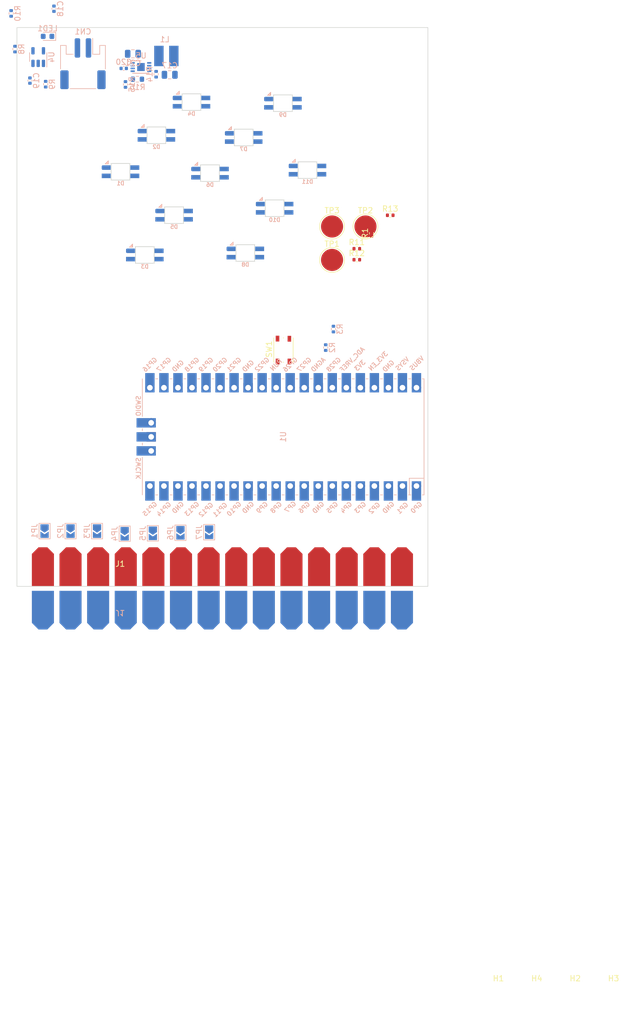
<source format=kicad_pcb>
(kicad_pcb (version 20211014) (generator pcbnew)
  (layers (0 "F.Cu" signal) (31 "B.Cu" signal) (34 "B.Paste" user) (35 "F.Paste" user) (36 "B.SilkS" user "B.Silkscreen") (37 "F.SilkS" user "F.Silkscreen") (38 "B.Mask" user) (39 "F.Mask" user) (44 "Edge.Cuts" user))
  (net 0 "")
  (net 1 "GND")
  (net 2 "V_BAT")
  (net 3 "+3V3")
  (net 4 "/logo_top_out")
  (net 5 "4.5V")
  (net 6 "NEOPIX")
  (net 7 "Net-(D1-Pad3)")
  (net 8 "Net-(D2-Pad3)")
  (net 9 "/logo_mid_out")
  (net 10 "Net-(L1-Pad2)")
  (net 11 "/~{RESET}")
  (net 12 "Net-(D3-Pad3)")
  (net 13 "Net-(R15-Pad2)")
  (net 14 "Net-(D5-Pad3)")
  (net 15 "Net-(D6-Pad3)")
  (net 16 "Net-(D7-Pad3)")
  (net 18 "Net-(D10-Pad1)")
  (net 19 "Net-(D10-Pad3)")
  (net 20 "BADGE_S6")
  (net 21 "BADGE_S5")
  (net 22 "BADGE_S4")
  (net 23 "BADGE_S3")
  (net 24 "BADGE_S2")
  (net 25 "BADGE_S1")
  (net 26 "BADGE_S0")
  (net 27 "SENSE_VBAT")
  (net 28 "Net-(R8-Pad1)")
  (net 29 "Net-(R10-Pad2)")
  (net 30 "Net-(R9-Pad2)")
  (net 31 "I2C1_SDA")
  (net 32 "I2C1_SCL")
  (net 33 "TOUCH0")
  (net 34 "TOUCH1")
  (net 35 "TOUCH2")
  (net 36 "SELF_S6")
  (net 37 "SELF_S5")
  (net 38 "SELF_S4")
  (net 39 "SELF_S3")
  (net 40 "SELF_S2")
  (net 41 "SELF_S1")
  (net 42 "SELF_S0")
  (net 43 "VBUS")
  (net 44 "Net-(LED1-Pad1)")
  (net 45 "4.5V_ON")
  (footprint "Connector_PCBEdge:BADGE_EDGE_x14" (layer "F.Cu") (at 156 121.625)
    (fp_text reference "J1" (at -18.5 -4.5 unlocked) (layer "F.SilkS"))
    (fp_text value "Conn_02x07_Counter_Clockwise")
    (pad "1" connect roundrect (at -32.5 -4) (size 4 7) (layers "F.Cu" "F.Mask") (roundrect_rratio 0) (chamfer_ratio 0.3) (chamfer top_left top_right) (net 42 "SELF_S0"))
    (pad "2" connect roundrect (at -27.5 -4) (size 4 7) (layers "F.Cu" "F.Mask") (roundrect_rratio 0) (chamfer_ratio 0.3) (chamfer top_left top_right) (net 41 "SELF_S1"))
    (pad "3" connect roundrect (at -22.5 -4) (size 4 7) (layers "F.Cu" "F.Mask") (roundrect_rratio 0) (chamfer_ratio 0.3) (chamfer top_left top_right) (net 40 "SELF_S2"))
    (pad "4" connect roundrect (at -17.5 -4) (size 4 7) (layers "F.Cu" "F.Mask") (roundrect_rratio 0) (chamfer_ratio 0.3) (chamfer top_left top_right) (net 39 "SELF_S3"))
    (pad "5" connect roundrect (at -12.5 -4) (size 4 7) (layers "F.Cu" "F.Mask") (roundrect_rratio 0) (chamfer_ratio 0.3) (chamfer top_left top_right) (net 38 "SELF_S4"))
    (pad "6" connect roundrect (at -7.5 -4) (size 4 7) (layers "F.Cu" "F.Mask") (roundrect_rratio 0) (chamfer_ratio 0.3) (chamfer top_left top_right) (net 37 "SELF_S5"))
    (pad "7" connect roundrect (at -2.5 -4) (size 4 7) (layers "F.Cu" "F.Mask") (roundrect_rratio 0) (chamfer_ratio 0.3) (chamfer top_left top_right) (net 36 "SELF_S6"))
    (pad "8" connect roundrect (at 2.5 -4) (size 4 7) (layers "F.Cu" "F.Mask") (roundrect_rratio 0) (chamfer_ratio 0.3) (chamfer top_left top_right) (net 20 "BADGE_S6"))
    (pad "9" connect roundrect (at 7.5 -4) (size 4 7) (layers "F.Cu" "F.Mask") (roundrect_rratio 0) (chamfer_ratio 0.3) (chamfer top_left top_right) (net 21 "BADGE_S5"))
    (pad "10" connect roundrect (at 12.5 -4) (size 4 7) (layers "F.Cu" "F.Mask") (roundrect_rratio 0) (chamfer_ratio 0.3) (chamfer top_left top_right) (net 22 "BADGE_S4"))
    (pad "11" connect roundrect (at 17.5 -4) (size 4 7) (layers "F.Cu" "F.Mask") (roundrect_rratio 0) (chamfer_ratio 0.3) (chamfer top_left top_right) (net 23 "BADGE_S3"))
    (pad "12" connect roundrect (at 22.5 -4) (size 4 7) (layers "F.Cu" "F.Mask") (roundrect_rratio 0) (chamfer_ratio 0.3) (chamfer top_left top_right) (net 24 "BADGE_S2"))
    (pad "13" connect roundrect (at 27.5 -4) (size 4 7) (layers "F.Cu" "F.Mask") (roundrect_rratio 0) (chamfer_ratio 0.3) (chamfer top_left top_right) (net 25 "BADGE_S1"))
    (pad "14" connect roundrect (at 32.5 -4) (size 4 7) (layers "F.Cu" "F.Mask") (roundrect_rratio 0) (chamfer_ratio 0.3) (chamfer top_left top_right) (net 26 "BADGE_S0"))
  )
  (footprint "Button_Switch_SMD:SW_Push_1P1T_NO_Vertical_Wuerth_434133025816" (layer "F.Cu") (at 167.05 78.45 90)
    (fp_text reference "SW1" (at 0.15 -2.6 90) (layer "F.SilkS"))
    (fp_text value "SW_Push")
    (pad "1" smd rect locked (at -2.075 -1.075 90) (size 1.05 0.65) (layers "F.Cu" "F.Paste" "F.Mask") (net 11 "/~{RESET}"))
    (pad "1" smd rect locked (at 2.075 -1.075 90) (size 1.05 0.65) (layers "F.Cu" "F.Paste" "F.Mask") (net 11 "/~{RESET}"))
    (pad "2" smd rect locked (at 2.05 1.075 90) (size 1.05 0.65) (layers "F.Cu" "F.Paste" "F.Mask") (net 1 "GND"))
    (pad "2" smd rect locked (at -2.075 1.075 90) (size 1.05 0.65) (layers "F.Cu" "F.Paste" "F.Mask") (net 1 "GND"))
  )
  (footprint "MountingHole:MountingHole_2.7mm_M2.5" (layer "F.Cu") (at 205.965 195.825)
    (fp_text reference "H1" (at 0 -3.7) (layer "F.SilkS"))
    (fp_text value "MountingHole")
    (pad "" np_thru_hole circle locked (at 0 0) (size 2.7 2.7) (drill 2.7) (layers *.Cu *.Mask))
  )
  (footprint "MountingHole:MountingHole_2.7mm_M2.5" (layer "F.Cu") (at 219.865 195.825)
    (fp_text reference "H2" (at 0 -3.7) (layer "F.SilkS"))
    (fp_text value "MountingHole")
    (pad "" np_thru_hole circle locked (at 0 0) (size 2.7 2.7) (drill 2.7) (layers *.Cu *.Mask))
  )
  (footprint "Resistor_SMD:R_0402_1005Metric" (layer "F.Cu") (at 183 57.33 90)
    (fp_text reference "R1" (at 0 -1.17 90) (layer "F.SilkS"))
    (fp_text value "10k")
    (pad "1" smd roundrect locked (at -0.51 0 90) (size 0.54 0.64) (layers "F.Cu" "F.Paste" "F.Mask") (net 3 "+3V3"))
    (pad "2" smd roundrect locked (at 0.51 0 90) (size 0.54 0.64) (layers "F.Cu" "F.Paste" "F.Mask") (net 11 "/~{RESET}"))
  )
  (footprint "Resistor_SMD:R_0402_1005Metric" (layer "F.Cu") (at 180.33 60.115)
    (fp_text reference "R11" (at 0 -1.17) (layer "F.SilkS"))
    (fp_text value "1M")
    (pad "1" smd roundrect locked (at -0.51 0) (size 0.54 0.64) (layers "F.Cu" "F.Paste" "F.Mask") (net 33 "TOUCH0"))
    (pad "2" smd roundrect locked (at 0.51 0) (size 0.54 0.64) (layers "F.Cu" "F.Paste" "F.Mask") (net 1 "GND"))
  )
  (footprint "MountingHole:MountingHole_2.7mm_M2.5" (layer "F.Cu") (at 212.915 195.825)
    (fp_text reference "H4" (at 0 -3.7) (layer "F.SilkS"))
    (fp_text value "MountingHole")
    (pad "" np_thru_hole circle locked (at 0 0) (size 2.7 2.7) (drill 2.7) (layers *.Cu *.Mask))
  )
  (footprint "TestPoint:TestPoint_Pad_D4.0mm" (layer "F.Cu") (at 181.9 56.095)
    (fp_text reference "TP2" (at 0 -2.898) (layer "F.SilkS"))
    (fp_text value "TestPoint")
    (pad "1" smd circle locked (at 0 0) (size 4 4) (layers "F.Cu" "F.Mask") (net 34 "TOUCH1"))
  )
  (footprint "MountingHole:MountingHole_2.7mm_M2.5" (layer "F.Cu") (at 226.815 195.825)
    (fp_text reference "H3" (at 0 -3.7) (layer "F.SilkS"))
    (fp_text value "MountingHole")
    (pad "" np_thru_hole circle locked (at 0 0) (size 2.7 2.7) (drill 2.7) (layers *.Cu *.Mask))
  )
  (footprint "Resistor_SMD:R_0402_1005Metric" (layer "F.Cu") (at 180.33 62.105)
    (fp_text reference "R12" (at 0 -1.17) (layer "F.SilkS"))
    (fp_text value "1M")
    (pad "1" smd roundrect locked (at -0.51 0) (size 0.54 0.64) (layers "F.Cu" "F.Paste" "F.Mask") (net 34 "TOUCH1"))
    (pad "2" smd roundrect locked (at 0.51 0) (size 0.54 0.64) (layers "F.Cu" "F.Paste" "F.Mask") (net 1 "GND"))
  )
  (footprint "Resistor_SMD:R_0402_1005Metric" (layer "F.Cu") (at 186.38 54.065)
    (fp_text reference "R13" (at 0 -1.17) (layer "F.SilkS"))
    (fp_text value "1M")
    (pad "1" smd roundrect locked (at -0.51 0) (size 0.54 0.64) (layers "F.Cu" "F.Paste" "F.Mask") (net 35 "TOUCH2"))
    (pad "2" smd roundrect locked (at 0.51 0) (size 0.54 0.64) (layers "F.Cu" "F.Paste" "F.Mask") (net 1 "GND"))
  )
  (footprint "TestPoint:TestPoint_Pad_D4.0mm" (layer "F.Cu") (at 175.85 56.095)
    (fp_text reference "TP3" (at 0 -2.898) (layer "F.SilkS"))
    (fp_text value "TestPoint")
    (pad "1" smd circle locked (at 0 0) (size 4 4) (layers "F.Cu" "F.Mask") (net 35 "TOUCH2"))
  )
  (footprint "TestPoint:TestPoint_Pad_D4.0mm" (layer "F.Cu") (at 175.85 62.145)
    (fp_text reference "TP1" (at 0 -2.898) (layer "F.SilkS"))
    (fp_text value "TestPoint")
    (pad "1" smd circle locked (at 0 0) (size 4 4) (layers "F.Cu" "F.Mask") (net 33 "TOUCH0"))
  )
  (footprint "Jumper:SolderJumper-2_P1.3mm_Open_TrianglePad1.0x1.5mm" (layer "B.Cu") (at 153.6 111.4 -90)
    (fp_text reference "JP7" (at 0 1.8 90) (layer "B.SilkS") (effects (justify mirror)))
    (fp_text value "SolderJumper_2_Open")
    (pad "1" smd custom locked (at -0.725 0 270) (size 0.3 0.3) (layers "B.Cu" "B.Mask") (net 1 "GND") (options (clearance outline) (anchor rect)) (primitives (gr_poly (pts (xy 1 0) (xy 0.5 0.75) (xy -0.5 0.75) (xy -0.5 -0.75) (xy 0.5 -0.75)) (width 0) (fill yes))))
    (pad "2" smd custom locked (at 0.725 0 270) (size 0.3 0.3) (layers "B.Cu" "B.Mask") (net 36 "SELF_S6") (options (clearance outline) (anchor rect)) (primitives (gr_poly (pts (xy 0.5 0.75) (xy -0.65 0.75) (xy -0.15 0) (xy -0.65 -0.75) (xy 0.5 -0.75)) (width 0) (fill yes))))
  )
  (footprint "Capacitor_SMD:C_0805_2012Metric" (layer "B.Cu") (at 139.8 24.85)
    (fp_text reference "C21" (at 0 1.68) (layer "B.SilkS") (effects (justify mirror)))
    (fp_text value "22u")
    (pad "1" smd roundrect locked (at -0.95 0) (size 1 1.45) (layers "B.Cu" "B.Paste" "B.Mask") (net 5 "4.5V"))
    (pad "2" smd roundrect locked (at 0.95 0) (size 1 1.45) (layers "B.Cu" "B.Paste" "B.Mask") (net 1 "GND"))
  )
  (footprint "Resistor_SMD:R_0402_1005Metric" (layer "B.Cu") (at 144 28.55 -90)
    (fp_text reference "R14" (at 0 1.17 90) (layer "B.SilkS") (effects (justify mirror)))
    (fp_text value "1M")
    (pad "1" smd roundrect locked (at -0.51 0 270) (size 0.54 0.64) (layers "B.Cu" "B.Paste" "B.Mask") (net 45 "4.5V_ON"))
    (pad "2" smd roundrect locked (at 0.51 0 270) (size 0.54 0.64) (layers "B.Cu" "B.Paste" "B.Mask") (net 1 "GND"))
  )
  (footprint "Resistor_SMD:R_0402_1005Metric" (layer "B.Cu") (at 118.45 24 90)
    (fp_text reference "R8" (at 0 1.17 90) (layer "B.SilkS") (effects (justify mirror)))
    (fp_text value "470")
    (pad "1" smd roundrect locked (at -0.51 0 90) (size 0.54 0.64) (layers "B.Cu" "B.Paste" "B.Mask") (net 28 "Net-(R8-Pad1)"))
    (pad "2" smd roundrect locked (at 0.51 0 90) (size 0.54 0.64) (layers "B.Cu" "B.Paste" "B.Mask") (net 44 "Net-(LED1-Pad1)"))
  )
  (footprint "Connector_JST:JST_PH_S2B-PH-SM4-TB_1x02-1MP_P2.00mm_Horizontal" (layer "B.Cu") (at 130.75 26.65 180)
    (fp_text reference "CN1" (at 0 5.8) (layer "B.SilkS") (effects (justify mirror)))
    (fp_text value "J?")
    (pad "1" smd roundrect locked (at -1 2.85 180) (size 1 3.5) (layers "B.Cu" "B.Paste" "B.Mask") (net 1 "GND"))
    (pad "2" smd roundrect locked (at 1 2.85 180) (size 1 3.5) (layers "B.Cu" "B.Paste" "B.Mask") (net 2 "V_BAT"))
    (pad "MP" smd roundrect locked (at -3.35 -2.9 180) (size 1.5 3.4) (layers "B.Cu" "B.Paste" "B.Mask") (roundrect_rratio 0.166667))
    (pad "MP" smd roundrect locked (at 3.35 -2.9 180) (size 1.5 3.4) (layers "B.Cu" "B.Paste" "B.Mask") (roundrect_rratio 0.166667))
  )
  (footprint "footprints:SK6812-MINI-E" (layer "B.Cu") (at 144.05 39.59 180)
    (fp_text reference "D2" (at 0 -2.1 unlocked) (layer "B.SilkS") (effects (font (size 0.7 0.7)) (justify mirror)))
    (fp_text value "SK6812MINI-E" hide)
    (fp_line (start -1.7 -1.5) (end -1.7 1.5) (layer "Edge.Cuts") (width 0.12))
    (fp_line (start -1.7 1.5) (end 1.7 1.5) (layer "Edge.Cuts") (width 0.12))
    (fp_line (start 1.7 -1.5) (end -1.7 -1.5) (layer "Edge.Cuts") (width 0.12))
    (fp_line (start 1.7 1.5) (end 1.7 -1.5) (layer "Edge.Cuts") (width 0.12))
    (pad "1" smd rect locked (at -2.55 -0.75 180) (size 1.7 0.82) (layers "B.Cu" "B.Paste" "B.Mask") (net 7 "Net-(D1-Pad3)"))
    (pad "2" smd rect locked (at -2.55 0.75 180) (size 1.7 0.82) (layers "B.Cu" "B.Paste" "B.Mask") (net 5 "4.5V"))
    (pad "3" smd roundrect locked (at 2.55 0.75 180) (size 1.7 0.82) (layers "B.Cu" "B.Paste" "B.Mask") (net 8 "Net-(D2-Pad3)"))
    (pad "4" smd rect locked (at 2.55 -0.75 180) (size 1.7 0.82) (layers "B.Cu" "B.Paste" "B.Mask") (net 1 "GND"))
  )
  (footprint "Jumper:SolderJumper-2_P1.3mm_Open_TrianglePad1.0x1.5mm" (layer "B.Cu") (at 128.5 111.2 -90)
    (fp_text reference "JP2" (at 0 1.8 90) (layer "B.SilkS") (effects (justify mirror)))
    (fp_text value "SolderJumper_2_Open")
    (pad "1" smd custom locked (at -0.725 0 270) (size 0.3 0.3) (layers "B.Cu" "B.Mask") (net 1 "GND") (options (clearance outline) (anchor rect)) (primitives (gr_poly (pts (xy 1 0) (xy 0.5 0.75) (xy -0.5 0.75) (xy -0.5 -0.75) (xy 0.5 -0.75)) (width 0) (fill yes))))
    (pad "2" smd custom locked (at 0.725 0 270) (size 0.3 0.3) (layers "B.Cu" "B.Mask") (net 41 "SELF_S1") (options (clearance outline) (anchor rect)) (primitives (gr_poly (pts (xy 0.5 0.75) (xy -0.65 0.75) (xy -0.15 0) (xy -0.65 -0.75) (xy 0.5 -0.75)) (width 0) (fill yes))))
  )
  (footprint "footprints:SK6812-MINI-E" (layer "B.Cu") (at 165.45 52.79 180)
    (fp_text reference "D10" (at 0 -2.1 unlocked) (layer "B.SilkS") (effects (font (size 0.7 0.7)) (justify mirror)))
    (fp_text value "SK6812MINI-E" hide)
    (fp_line (start 1.7 -1.5) (end -1.7 -1.5) (layer "Edge.Cuts") (width 0.12))
    (fp_line (start 1.7 1.5) (end 1.7 -1.5) (layer "Edge.Cuts") (width 0.12))
    (fp_line (start -1.7 1.5) (end 1.7 1.5) (layer "Edge.Cuts") (width 0.12))
    (fp_line (start -1.7 -1.5) (end -1.7 1.5) (layer "Edge.Cuts") (width 0.12))
    (pad "1" smd rect locked (at -2.55 -0.75 180) (size 1.7 0.82) (layers "B.Cu" "B.Paste" "B.Mask") (net 18 "Net-(D10-Pad1)"))
    (pad "2" smd rect locked (at -2.55 0.75 180) (size 1.7 0.82) (layers "B.Cu" "B.Paste" "B.Mask") (net 5 "4.5V"))
    (pad "3" smd roundrect locked (at 2.55 0.75 180) (size 1.7 0.82) (layers "B.Cu" "B.Paste" "B.Mask") (net 19 "Net-(D10-Pad3)"))
    (pad "4" smd rect locked (at 2.55 -0.75 180) (size 1.7 0.82) (layers "B.Cu" "B.Paste" "B.Mask") (net 1 "GND"))
  )
  (footprint "Resistor_SMD:R_0603_1608Metric" (layer "B.Cu") (at 140.6 29.45)
    (fp_text reference "R16" (at 0 1.43) (layer "B.SilkS") (effects (justify mirror)))
    (fp_text value "360k")
    (pad "1" smd roundrect locked (at -0.825 0) (size 0.8 0.95) (layers "B.Cu" "B.Paste" "B.Mask") (net 13 "Net-(R15-Pad2)"))
    (pad "2" smd roundrect locked (at 0.825 0) (size 0.8 0.95) (layers "B.Cu" "B.Paste" "B.Mask") (net 1 "GND"))
  )
  (footprint "Capacitor_SMD:C_0402_1005Metric" (layer "B.Cu") (at 121.15 29.7 90)
    (fp_text reference "C19" (at 0 1.16 90) (layer "B.SilkS") (effects (justify mirror)))
    (fp_text value "1u")
    (pad "1" smd roundrect locked (at -0.48 0 90) (size 0.56 0.62) (layers "B.Cu" "B.Paste" "B.Mask") (net 2 "V_BAT"))
    (pad "2" smd roundrect locked (at 0.48 0 90) (size 0.56 0.62) (layers "B.Cu" "B.Paste" "B.Mask") (net 1 "GND"))
  )
  (footprint "footprints:SK6812-MINI-E" (layer "B.Cu") (at 171.4 45.895 180)
    (fp_text reference "D11" (at 0 -2.1 unlocked) (layer "B.SilkS") (effects (font (size 0.7 0.7)) (justify mirror)))
    (fp_text value "SK6812MINI-E" hide)
    (fp_line (start 1.7 -1.5) (end -1.7 -1.5) (layer "Edge.Cuts") (width 0.12))
    (fp_line (start 1.7 1.5) (end 1.7 -1.5) (layer "Edge.Cuts") (width 0.12))
    (fp_line (start -1.7 -1.5) (end -1.7 1.5) (layer "Edge.Cuts") (width 0.12))
    (fp_line (start -1.7 1.5) (end 1.7 1.5) (layer "Edge.Cuts") (width 0.12))
    (pad "1" smd rect locked (at -2.55 -0.75 180) (size 1.7 0.82) (layers "B.Cu" "B.Paste" "B.Mask") (net 19 "Net-(D10-Pad3)"))
    (pad "2" smd rect locked (at -2.55 0.75 180) (size 1.7 0.82) (layers "B.Cu" "B.Paste" "B.Mask") (net 5 "4.5V"))
    (pad "3" smd roundrect locked (at 2.55 0.75 180) (size 1.7 0.82) (layers "B.Cu" "B.Paste" "B.Mask") (net 9 "/logo_mid_out"))
    (pad "4" smd rect locked (at 2.55 -0.75 180) (size 1.7 0.82) (layers "B.Cu" "B.Paste" "B.Mask") (net 1 "GND"))
  )
  (footprint "Resistor_SMD:R_0402_1005Metric" (layer "B.Cu") (at 117.75 17.55 90)
    (fp_text reference "R10" (at 0 1.17 90) (layer "B.SilkS") (effects (justify mirror)))
    (fp_text value "1k")
    (pad "1" smd roundrect locked (at -0.51 0 90) (size 0.54 0.64) (layers "B.Cu" "B.Paste" "B.Mask") (net 1 "GND"))
    (pad "2" smd roundrect locked (at 0.51 0 90) (size 0.54 0.64) (layers "B.Cu" "B.Paste" "B.Mask") (net 29 "Net-(R10-Pad2)"))
  )
  (footprint "footprints:SK6812-MINI-E" (layer "B.Cu") (at 150.4 33.595 180)
    (fp_text reference "D4" (at 0 -2.1 unlocked) (layer "B.SilkS") (effects (font (size 0.7 0.7)) (justify mirror)))
    (fp_text value "SK6812MINI-E" hide)
    (fp_line (start -1.7 -1.5) (end -1.7 1.5) (layer "Edge.Cuts") (width 0.12))
    (fp_line (start -1.7 1.5) (end 1.7 1.5) (layer "Edge.Cuts") (width 0.12))
    (fp_line (start 1.7 1.5) (end 1.7 -1.5) (layer "Edge.Cuts") (width 0.12))
    (fp_line (start 1.7 -1.5) (end -1.7 -1.5) (layer "Edge.Cuts") (width 0.12))
    (pad "1" smd rect locked (at -2.55 -0.75 180) (size 1.7 0.82) (layers "B.Cu" "B.Paste" "B.Mask") (net 8 "Net-(D2-Pad3)"))
    (pad "2" smd rect locked (at -2.55 0.75 180) (size 1.7 0.82) (layers "B.Cu" "B.Paste" "B.Mask") (net 5 "4.5V"))
    (pad "3" smd roundrect locked (at 2.55 0.75 180) (size 1.7 0.82) (layers "B.Cu" "B.Paste" "B.Mask") (net 6 "NEOPIX"))
    (pad "4" smd rect locked (at 2.55 -0.75 180) (size 1.7 0.82) (layers "B.Cu" "B.Paste" "B.Mask") (net 1 "GND"))
  )
  (footprint "Jumper:SolderJumper-2_P1.3mm_Open_TrianglePad1.0x1.5mm" (layer "B.Cu") (at 143.4 111.6 -90)
    (fp_text reference "JP5" (at 0 1.8 90) (layer "B.SilkS") (effects (justify mirror)))
    (fp_text value "SolderJumper_2_Open")
    (pad "1" smd custom locked (at -0.725 0 270) (size 0.3 0.3) (layers "B.Cu" "B.Mask") (net 1 "GND") (options (clearance outline) (anchor rect)) (primitives (gr_poly (pts (xy 1 0) (xy 0.5 0.75) (xy -0.5 0.75) (xy -0.5 -0.75) (xy 0.5 -0.75)) (width 0) (fill yes))))
    (pad "2" smd custom locked (at 0.725 0 270) (size 0.3 0.3) (layers "B.Cu" "B.Mask") (net 38 "SELF_S4") (options (clearance outline) (anchor rect)) (primitives (gr_poly (pts (xy 0.5 0.75) (xy -0.65 0.75) (xy -0.15 0) (xy -0.65 -0.75) (xy 0.5 -0.75)) (width 0) (fill yes))))
  )
  (footprint "Capacitor_SMD:C_0805_2012Metric" (layer "B.Cu") (at 146.45 28.65 180)
    (fp_text reference "C17" (at 0 1.68) (layer "B.SilkS") (effects (justify mirror)))
    (fp_text value "22u")
    (pad "1" smd roundrect locked (at -0.95 0 180) (size 1 1.45) (layers "B.Cu" "B.Paste" "B.Mask") (net 2 "V_BAT"))
    (pad "2" smd roundrect locked (at 0.95 0 180) (size 1 1.45) (layers "B.Cu" "B.Paste" "B.Mask") (net 1 "GND"))
  )
  (footprint "Inductor_SMD:CKCS4018" (layer "B.Cu") (at 145.85 25.25 180)
    (fp_text reference "L1" (at 0.3 3 unlocked) (layer "B.SilkS") (effects (justify mirror)))
    (fp_text value "L")
    (pad "1" smd rect (at -1.35 0 180) (size 1.7 3.7) (layers "B.Cu" "B.Paste" "B.Mask") (net 2 "V_BAT"))
    (pad "2" smd rect (at 1.35 0 180) (size 1.7 3.7) (layers "B.Cu" "B.Paste" "B.Mask") (net 10 "Net-(L1-Pad2)"))
  )
  (footprint "Package_TO_SOT_SMD:SOT-23-5" (layer "B.Cu") (at 122.65 25.45 90)
    (fp_text reference "U4" (at 0 2.4 90) (layer "B.SilkS") (effects (justify mirror)))
    (fp_text value "TP4054-42-SOT25R")
    (pad "1" smd roundrect locked (at -1.1375 0.95 90) (size 1.325 0.6) (layers "B.Cu" "B.Paste" "B.Mask") (net 28 "Net-(R8-Pad1)"))
    (pad "2" smd roundrect locked (at -1.1375 0 90) (size 1.325 0.6) (layers "B.Cu" "B.Paste" "B.Mask") (net 1 "GND"))
    (pad "3" smd roundrect locked (at -1.1375 -0.95 90) (size 1.325 0.6) (layers "B.Cu" "B.Paste" "B.Mask") (net 2 "V_BAT"))
    (pad "4" smd roundrect locked (at 1.1375 -0.95 90) (size 1.325 0.6) (layers "B.Cu" "B.Paste" "B.Mask") (net 43 "VBUS"))
    (pad "5" smd roundrect locked (at 1.1375 0.95 90) (size 1.325 0.6) (layers "B.Cu" "B.Paste" "B.Mask") (net 30 "Net-(R9-Pad2)"))
  )
  (footprint "Package_DFN_QFN:DFN-8-1EP_3x2mm_P0.5mm_EP1.36x1.46mm" (layer "B.Cu") (at 141.25 27.25 180)
    (fp_text reference "U5" (at 0 2.05) (layer "B.SilkS") (effects (justify mirror)))
    (fp_text value "SY7088")
    (pad "1" smd rect locked (at -1.5 0.75 180) (size 0.75 0.3) (layers "B.Cu" "B.Paste" "B.Mask") (net 10 "Net-(L1-Pad2)"))
    (pad "2" smd rect locked (at -1.5 0.25 180) (size 0.75 0.3) (layers "B.Cu" "B.Paste" "B.Mask") (net 10 "Net-(L1-Pad2)"))
    (pad "3" smd rect locked (at -1.5 -0.25 180) (size 0.75 0.3) (layers "B.Cu" "B.Paste" "B.Mask") (net 45 "4.5V_ON"))
    (pad "4" smd rect locked (at -1.5 -0.75 180) (size 0.75 0.3) (layers "B.Cu" "B.Paste" "B.Mask") (net 1 "GND"))
    (pad "5" smd rect locked (at 1.5 -0.75 180) (size 0.75 0.3) (layers "B.Cu" "B.Paste" "B.Mask") (net 13 "Net-(R15-Pad2)"))
    (pad "6" smd rect locked (at 1.5 -0.25 180) (size 0.75 0.3) (layers "B.Cu" "B.Paste" "B.Mask") (net 2 "V_BAT"))
    (pad "7" smd rect locked (at 1.5 0.25 180) (size 0.75 0.3) (layers "B.Cu" "B.Paste" "B.Mask") (net 5 "4.5V"))
    (pad "8" smd rect locked (at 1.5 0.75 180) (size 0.75 0.3) (layers "B.Cu" "B.Paste" "B.Mask") (net 5 "4.5V"))
    (pad "9" smd rect locked (at 0 0 180) (size 1.36 1.46) (layers "B.Cu" "B.Mask") (net 1 "GND"))
  )
  (footprint "LED_SMD:LED_0603_1608Metric" (layer "B.Cu") (at 124.3375 21.7 180)
    (fp_text reference "LED1" (at 0 1.43) (layer "B.SilkS") (effects (justify mirror)))
    (fp_text value "RED")
    (pad "1" smd roundrect locked (at -0.7875 0 180) (size 0.875 0.95) (layers "B.Cu" "B.Paste" "B.Mask") (net 44 "Net-(LED1-Pad1)"))
    (pad "2" smd roundrect locked (at 0.7875 0 180) (size 0.875 0.95) (layers "B.Cu" "B.Paste" "B.Mask") (net 43 "VBUS"))
  )
  (footprint "footprints:SK6812-MINI-E" (layer "B.Cu") (at 153.75 46.445 180)
    (fp_text reference "D6" (at 0 -2.1 unlocked) (layer "B.SilkS") (effects (font (size 0.7 0.7)) (justify mirror)))
    (fp_text value "SK6812MINI-E" hide)
    (fp_line (start 1.7 -1.5) (end -1.7 -1.5) (layer "Edge.Cuts") (width 0.12))
    (fp_line (start -1.7 -1.5) (end -1.7 1.5) (layer "Edge.Cuts") (width 0.12))
    (fp_line (start 1.7 1.5) (end 1.7 -1.5) (layer "Edge.Cuts") (width 0.12))
    (fp_line (start -1.7 1.5) (end 1.7 1.5) (layer "Edge.Cuts") (width 0.12))
    (pad "1" smd rect locked (at -2.55 -0.75 180) (size 1.7 0.82) (layers "B.Cu" "B.Paste" "B.Mask") (net 14 "Net-(D5-Pad3)"))
    (pad "2" smd rect locked (at -2.55 0.75 180) (size 1.7 0.82) (layers "B.Cu" "B.Paste" "B.Mask") (net 5 "4.5V"))
    (pad "3" smd roundrect locked (at 2.55 0.75 180) (size 1.7 0.82) (layers "B.Cu" "B.Paste" "B.Mask") (net 15 "Net-(D6-Pad3)"))
    (pad "4" smd rect locked (at 2.55 -0.75 180) (size 1.7 0.82) (layers "B.Cu" "B.Paste" "B.Mask") (net 1 "GND"))
  )
  (footprint "footprints:SK6812-MINI-E" (layer "B.Cu") (at 137.55 46.19 180)
    (fp_text reference "D1" (at 0 -2.1 unlocked) (layer "B.SilkS") (effects (font (size 0.7 0.7)) (justify mirror)))
    (fp_text value "SK6812MINI-E" hide)
    (fp_line (start 1.7 -1.5) (end -1.7 -1.5) (layer "Edge.Cuts") (width 0.12))
    (fp_line (start -1.7 1.5) (end 1.7 1.5) (layer "Edge.Cuts") (width 0.12))
    (fp_line (start -1.7 -1.5) (end -1.7 1.5) (layer "Edge.Cuts") (width 0.12))
    (fp_line (start 1.7 1.5) (end 1.7 -1.5) (layer "Edge.Cuts") (width 0.12))
    (pad "1" smd rect locked (at -2.55 -0.75 180) (size 1.7 0.82) (layers "B.Cu" "B.Paste" "B.Mask") (net 4 "/logo_top_out"))
    (pad "2" smd rect locked (at -2.55 0.75 180) (size 1.7 0.82) (layers "B.Cu" "B.Paste" "B.Mask") (net 5 "4.5V"))
    (pad "3" smd roundrect locked (at 2.55 0.75 180) (size 1.7 0.82) (layers "B.Cu" "B.Paste" "B.Mask") (net 7 "Net-(D1-Pad3)"))
    (pad "4" smd rect locked (at 2.55 -0.75 180) (size 1.7 0.82) (layers "B.Cu" "B.Paste" "B.Mask") (net 1 "GND"))
  )
  (footprint "footprints:RPi_Pico_SMD_TH" (layer "B.Cu") (at 167 94.15 90)
    (fp_text reference "U1" (at 0 0 90) (layer "B.SilkS") (effects (justify mirror)))
    (fp_text value "RP2040")
    (fp_text user "VSYS" (at 13.2 21.59 45) (layer "B.SilkS") (effects (font (size 0.8 0.8)) (justify mirror)))
    (fp_text user "GP12" (at -13.2 -13.97 45) (layer "B.SilkS") (effects (font (size 0.8 0.8)) (justify mirror)))
    (fp_text user "GP9" (at -12.8 -3.81 45) (layer "B.SilkS") (effects (font (size 0.8 0.8)) (justify mirror)))
    (fp_text user "GP6" (at -12.8 3.81 45) (layer "B.SilkS") (effects (font (size 0.8 0.8)) (justify mirror)))
    (fp_text user "SWCLK" (at -5.7 -26.2 90) (layer "B.SilkS") (effects (font (size 0.8 0.8)) (justify mirror)))
    (fp_text user "GP19" (at 13.054 -13.97 45) (layer "B.SilkS") (effects (font (size 0.8 0.8)) (justify mirror)))
    (fp_text user "GP27" (at 13.054 3.8 45) (layer "B.SilkS") (effects (font (size 0.8 0.8)) (justify mirror)))
    (fp_text user "GP3" (at -12.8 13.97 45) (layer "B.SilkS") (effects (font (size 0.8 0.8)) (justify mirror)))
    (fp_text user "GND" (at 12.8 -19.05 45) (layer "B.SilkS") (effects (font (size 0.8 0.8)) (justify mirror)))
    (fp_text user "GP5" (at -12.8 8.89 45) (layer "B.SilkS") (effects (font (size 0.8 0.8)) (justify mirror)))
    (fp_text user "3V3_EN" (at 13.7 17.2 45) (layer "B.SilkS") (effects (font (size 0.8 0.8)) (justify mirror)))
    (fp_text user "GP14" (at -13.1 -21.59 45) (layer "B.SilkS") (effects (font (size 0.8 0.8)) (justify mirror)))
    (fp_text user "GP0" (at -12.8 24.13 45) (layer "B.SilkS") (effects (font (size 0.8 0.8)) (justify mirror)))
    (fp_text user "GP22" (at 13.054 -3.81 45) (layer "B.SilkS") (effects (font (size 0.8 0.8)) (justify mirror)))
    (fp_text user "GP17" (at 13.054 -21.59 45) (layer "B.SilkS") (effects (font (size 0.8 0.8)) (justify mirror)))
    (fp_text user "3V3" (at 12.9 13.9 45) (layer "B.SilkS") (effects (font (size 0.8 0.8)) (justify mirror)))
    (fp_text user "GP21" (at 13.054 -8.9 45) (layer "B.SilkS") (effects (font (size 0.8 0.8)) (justify mirror)))
    (fp_text user "GND" (at -12.8 -6.35 45) (layer "B.SilkS") (effects (font (size 0.8 0.8)) (justify mirror)))
    (fp_text user "GP15" (at -13.054 -24.13 45) (layer "B.SilkS") (effects (font (size 0.8 0.8)) (justify mirror)))
    (fp_text user "GP16" (at 13.054 -24.13 45) (layer "B.SilkS") (effects (font (size 0.8 0.8)) (justify mirror)))
    (fp_text user "ADC_VREF" (at 14 12.5 45) (layer "B.SilkS") (effects (font (size 0.8 0.8)) (justify mirror)))
    (fp_text user "GP20" (at 13.054 -11.43 45) (layer "B.SilkS") (effects (font (size 0.8 0.8)) (justify mirror)))
    (fp_text user "GND" (at 12.8 19.05 45) (layer "B.SilkS") (effects (font (size 0.8 0.8)) (justify mirror)))
    (fp_text user "VBUS" (at 13.3 24.2 45) (layer "B.SilkS") (effects (font (size 0.8 0.8)) (justify mirror)))
    (fp_text user "GP28" (at 13.054 9.144 45) (layer "B.SilkS") (effects (font (size 0.8 0.8)) (justify mirror)))
    (fp_text user "GND" (at -12.8 19.05 45) (layer "B.SilkS") (effects (font (size 0.8 0.8)) (justify mirror)))
    (fp_text user "GND" (at -12.8 6.35 45) (layer "B.SilkS") (effects (font (size 0.8 0.8)) (justify mirror)))
    (fp_text user "GND" (at 12.8 -6.35 45) (layer "B.SilkS") (effects (font (size 0.8 0.8)) (justify mirror)))
    (fp_text user "SWDIO" (at 5.6 -26.2 90) (layer "B.SilkS") (effects (font (size 0.8 0.8)) (justify mirror)))
    (fp_text user "GP8" (at -12.8 -1.27 45) (layer "B.SilkS") (effects (font (size 0.8 0.8)) (justify mirror)))
    (fp_text user "GND" (at -12.8 -19.05 45) (layer "B.SilkS") (effects (font (size 0.8 0.8)) (justify mirror)))
    (fp_text user "GP18" (at 13.054 -16.51 45) (layer "B.SilkS") (effects (font (size 0.8 0.8)) (justify mirror)))
    (fp_text user "AGND" (at 13.054 6.35 45) (layer "B.SilkS") (effects (font (size 0.8 0.8)) (justify mirror)))
    (fp_text user "GP1" (at -12.9 21.6 45) (layer "B.SilkS") (effects (font (size 0.8 0.8)) (justify mirror)))
    (fp_text user "GP26" (at 13.054 1.27 45) (layer "B.SilkS") (effects (font (size 0.8 0.8)) (justify mirror)))
    (fp_text user "RUN" (at 13 -1.27 45) (layer "B.SilkS") (effects (font (size 0.8 0.8)) (justify mirror)))
    (fp_text user "GP10" (at -13.054 -8.89 45) (layer "B.SilkS") (effects (font (size 0.8 0.8)) (justify mirror)))
    (fp_text user "GP7" (at -12.7 1.3 45) (layer "B.SilkS") (effects (font (size 0.8 0.8)) (justify mirror)))
    (fp_text user "GP2" (at -12.9 16.51 45) (layer "B.SilkS") (effects (font (size 0.8 0.8)) (justify mirror)))
    (fp_text user "GP4" (at -12.8 11.43 45) (layer "B.SilkS") (effects (font (size 0.8 0.8)) (justify mirror)))
    (fp_text user "GP11" (at -13.2 -11.43 45) (layer "B.SilkS") (effects (font (size 0.8 0.8)) (justify mirror)))
    (fp_text user "GP13" (at -13.054 -16.51 45) (layer "B.SilkS") (effects (font (size 0.8 0.8)) (justify mirror)))
    (pad "" np_thru_hole oval (at 2.725 24 90) (size 1.8 1.8) (drill 1.8) (layers *.Cu *.Mask))
    (pad "" np_thru_hole oval (at -2.725 24 90) (size 1.8 1.8) (drill 1.8) (layers *.Cu *.Mask))
    (pad "" np_thru_hole oval (at 2.425 20.97 90) (size 1.5 1.5) (drill 1.5) (layers *.Cu *.Mask))
    (pad "" np_thru_hole oval (at -2.425 20.97 90) (size 1.5 1.5) (drill 1.5) (layers *.Cu *.Mask))
    (pad "1" thru_hole oval (at -8.89 24.13 90) (size 1.7 1.7) (drill 1.02) (layers *.Cu *.Mask) (net 26 "BADGE_S0"))
    (pad "1" smd rect (at -8.89 24.13 90) (size 3.5 1.7) (drill (offset -0.9 0)) (layers "B.Cu" "B.Mask") (net 26 "BADGE_S0"))
    (pad "2" thru_hole oval (at -8.89 21.59 90) (size 1.7 1.7) (drill 1.02) (layers *.Cu *.Mask) (net 25 "BADGE_S1"))
    (pad "2" smd rect (at -8.89 21.59 90) (size 3.5 1.7) (drill (offset -0.9 0)) (layers "B.Cu" "B.Mask") (net 25 "BADGE_S1"))
    (pad "3" smd rect (at -8.89 19.05 90) (size 3.5 1.7) (drill (offset -0.9 0)) (layers "B.Cu" "B.Mask") (net 1 "GND"))
    (pad "3" thru_hole rect (at -8.89 19.05 90) (size 1.7 1.7) (drill 1.02) (layers *.Cu *.Mask) (net 1 "GND"))
    (pad "4" smd rect (at -8.89 16.51 90) (size 3.5 1.7) (drill (offset -0.9 0)) (layers "B.Cu" "B.Mask") (net 24 "BADGE_S2"))
    (pad "4" thru_hole oval (at -8.89 16.51 90) (size 1.7 1.7) (drill 1.02) (layers *.Cu *.Mask) (net 24 "BADGE_S2"))
    (pad "5" smd rect (at -8.89 13.97 90) (size 3.5 1.7) (drill (offset -0.9 0)) (layers "B.Cu" "B.Mask") (net 23 "BADGE_S3"))
    (pad "5" thru_hole oval (at -8.89 13.97 90) (size 1.7 1.7) (drill 1.02) (layers *.Cu *.Mask) (net 23 "BADGE_S3"))
    (pad "6" smd rect (at -8.89 11.43 90) (size 3.5 1.7) (drill (offset -0.9 0)) (layers "B.Cu" "B.Mask") (net 22 "BADGE_S4"))
    (pad "6" thru_hole oval (at -8.89 11.43 90) (size 1.7 1.7) (drill 1.02) (layers *.Cu *.Mask) (net 22 "BADGE_S4"))
    (pad "7" smd rect (at -8.89 8.89 90) (size 3.5 1.7) (drill (offset -0.9 0)) (layers "B.Cu" "B.Mask") (net 21 "BADGE_S5"))
    (pad "7" thru_hole oval (at -8.89 8.89 90) (size 1.7 1.7) (drill 1.02) (layers *.Cu *.Mask) (net 21 "BADGE_S5"))
    (pad "8" thru_hole rect (at -8.89 6.35 90) (size 1.7 1.7) (drill 1.02) (layers *.Cu *.Mask) (net 1 "GND"))
    (pad "8" smd rect (at -8.89 6.35 90) (size 3.5 1.7) (drill (offset -0.9 0)) (layers "B.Cu" "B.Mask") (net 1 "GND"))
    (pad "9" thru_hole oval (at -8.89 3.81 90) (size 1.7 1.7) (drill 1.02) (layers *.Cu *.Mask) (net 20 "BADGE_S6"))
    (pad "9" smd rect (at -8.89 3.81 90) (size 3.5 1.7) (drill (offset -0.9 0)) (layers "B.Cu" "B.Mask") (net 20 "BADGE_S6"))
    (pad "10" thru_hole oval (at -8.89 1.27 90) (size 1.7 1.7) (drill 1.02) (layers *.Cu *.Mask) (net 36 "SELF_S6"))
    (pad "10" smd rect (at -8.89 1.27 90) (size 3.5 1.7) (drill (offset -0.9 0)) (layers "B.Cu" "B.Mask") (net 36 "SELF_S6"))
    (pad "11" smd rect (at -8.89 -1.27 90) (size 3.5 1.7) (drill (offset -0.9 0)) (layers "B.Cu" "B.Mask") (net 37 "SELF_S5"))
    (pad "11" thru_hole oval (at -8.89 -1.27 90) (size 1.7 1.7) (drill 1.02) (layers *.Cu *.Mask) (net 37 "SELF_S5"))
    (pad "12" smd rect (at -8.89 -3.81 90) (size 3.5 1.7) (drill (offset -0.9 0)) (layers "B.Cu" "B.Mask") (net 38 "SELF_S4"))
    (pad "12" thru_hole oval (at -8.89 -3.81 90) (size 1.7 1.7) (drill 1.02) (layers *.Cu *.Mask) (net 38 "SELF_S4"))
    (pad "13" smd rect (at -8.89 -6.35 90) (size 3.5 1.7) (drill (offset -0.9 0)) (layers "B.Cu" "B.Mask") (net 1 "GND"))
    (pad "13" thru_hole rect (at -8.89 -6.35 90) (size 1.7 1.7) (drill 1.02) (layers *.Cu *.Mask) (net 1 "GND"))
    (pad "14" thru_hole oval (at -8.89 -8.89 90) (size 1.7 1.7) (drill 1.02) (layers *.Cu *.Mask) (net 39 "SELF_S3"))
    (pad "14" smd rect (at -8.89 -8.89 90) (size 3.5 1.7) (drill (offset -0.9 0)) (layers "B.Cu" "B.Mask") (net 39 "SELF_S3"))
    (pad "15" thru_hole oval (at -8.89 -11.43 90) (size 1.7 1.7) (drill 1.02) (layers *.Cu *.Mask) (net 40 "SELF_S2"))
    (pad "15" smd rect (at -8.89 -11.43 90) (size 3.5 1.7) (drill (offset -0.9 0)) (layers "B.Cu" "B.Mask") (net 40 "SELF_S2"))
    (pad "16" smd rect (at -8.89 -13.97 90) (size 3.5 1.7) (drill (offset -0.9 0)) (layers "B.Cu" "B.Mask") (net 41 "SELF_S1"))
    (pad "16" thru_hole oval (at -8.89 -13.97 90) (size 1.7 1.7) (drill 1.02) (layers *.Cu *.Mask) (net 41 "SELF_S1"))
    (pad "17" thru_hole oval (at -8.89 -16.51 90) (size 1.7 1.7) (drill 1.02) (layers *.Cu *.Mask) (net 42 "SELF_S0"))
    (pad "17" smd rect (at -8.89 -16.51 90) (size 3.5 1.7) (drill (offset -0.9 0)) (layers "B.Cu" "B.Mask") (net 42 "SELF_S0"))
    (pad "18" smd rect (at -8.89 -19.05 90) (size 3.5 1.7) (drill (offset -0.9 0)) (layers "B.Cu" "B.Mask") (net 1 "GND"))
    (pad "18" thru_hole rect (at -8.89 -19.05 90) (size 1.7 1.7) (drill 1.02) (layers *.Cu *.Mask) (net 1 "GND"))
    (pad "19" smd rect (at -8.89 -21.59 90) (size 3.5 1.7) (drill (offset -0.9 0)) (layers "B.Cu" "B.Mask"))
    (pad "19" thru_hole oval (at -8.89 -21.59 90) (size 1.7 1.7) (drill 1.02) (layers *.Cu *.Mask))
    (pad "20" smd rect (at -8.89 -24.13 90) (size 3.5 1.7) (drill (offset -0.9 0)) (layers "B.Cu" "B.Mask"))
    (pad "20" thru_hole oval (at -8.89 -24.13 90) (size 1.7 1.7) (drill 1.02) (layers *.Cu *.Mask))
    (pad "21" thru_hole oval (at 8.89 -24.13 90) (size 1.7 1.7) (drill 1.02) (layers *.Cu *.Mask) (net 31 "I2C1_SDA"))
    (pad "21" smd rect (at 8.89 -24.13 90) (size 3.5 1.7) (drill (offset 0.9 0)) (layers "B.Cu" "B.Mask") (net 31 "I2C1_SDA"))
    (pad "22" thru_hole oval (at 8.89 -21.59 90) (size 1.7 1.7) (drill 1.02) (layers *.Cu *.Mask) (net 32 "I2C1_SCL"))
    (pad "22" smd rect (at 8.89 -21.59 90) (size 3.5 1.7) (drill (offset 0.9 0)) (layers "B.Cu" "B.Mask") (net 32 "I2C1_SCL"))
    (pad "23" thru_hole rect (at 8.89 -19.05 90) (size 1.7 1.7) (drill 1.02) (layers *.Cu *.Mask) (net 1 "GND"))
    (pad "23" smd rect (at 8.89 -19.05 90) (size 3.5 1.7) (drill (offset 0.9 0)) (layers "B.Cu" "B.Mask") (net 1 "GND"))
    (pad "24" smd rect (at 8.89 -16.51 90) (size 3.5 1.7) (drill (offset 0.9 0)) (layers "B.Cu" "B.Mask") (net 6 "NEOPIX"))
    (pad "24" thru_hole oval (at 8.89 -16.51 90) (size 1.7 1.7) (drill 1.02) (layers *.Cu *.Mask) (net 6 "NEOPIX"))
    (pad "25" smd rect (at 8.89 -13.97 90) (size 3.5 1.7) (drill (offset 0.9 0)) (layers "B.Cu" "B.Mask") (net 45 "4.5V_ON"))
    (pad "25" thru_hole oval (at 8.89 -13.97 90) (size 1.7 1.7) (drill 1.02) (layers *.Cu *.Mask) (net 45 "4.5V_ON"))
    (pad "26" thru_hole oval (at 8.89 -11.43 90) (size 1.7 1.7) (drill 1.02) (layers *.Cu *.Mask) (net 33 "TOUCH0"))
    (pad "26" smd rect (at 8.89 -11.43 90) (size 3.5 1.7) (drill (offset 0.9 0)) (layers "B.Cu" "B.Mask") (net 33 "TOUCH0"))
    (pad "27" thru_hole oval (at 8.89 -8.89 90) (size 1.7 1.7) (drill 1.02) (layers *.Cu *.Mask) (net 34 "TOUCH1"))
    (pad "27" smd rect (at 8.89 -8.89 90) (size 3.5 1.7) (drill (offset 0.9 0)) (layers "B.Cu" "B.Mask") (net 34 "TOUCH1"))
    (pad "28" thru_hole rect (at 8.89 -6.35 90) (size 1.7 1.7) (drill 1.02) (layers *.Cu *.Mask) (net 1 "GND"))
    (pad "28" smd rect (at 8.89 -6.35 90) (size 3.5 1.7) (drill (offset 0.9 0)) (layers "B.Cu" "B.Mask") (net 1 "GND"))
    (pad "29" thru_hole oval (at 8.89 -3.81 90) (size 1.7 1.7) (drill 1.02) (layers *.Cu *.Mask) (net 35 "TOUCH2"))
    (pad "29" smd rect (at 8.89 -3.81 90) (size 3.5 1.7) (drill (offset 0.9 0)) (layers "B.Cu" "B.Mask") (net 35 "TOUCH2"))
    (pad "30" thru_hole oval (at 8.89 -1.27 90) (size 1.7 1.7) (drill 1.02) (layers *.Cu *.Mask) (net 11 "/~{RESET}"))
    (pad "30" smd rect (at 8.89 -1.27 90) (size 3.5 1.7) (drill (offset 0.9 0)) (layers "B.Cu" "B.Mask") (net 11 "/~{RESET}"))
    (pad "31" smd rect (at 8.89 1.27 90) (size 3.5 1.7) (drill (offset 0.9 0)) (layers "B.Cu" "B.Mask") (net 27 "SENSE_VBAT"))
    (pad "31" thru_hole oval (at 8.89 1.27 90) (size 1.7 1.7) (drill 1.02) (layers *.Cu *.Mask) (net 27 "SENSE_VBAT"))
    (pad "32" thru_hole oval (at 8.89 3.81 90) (size 1.7 1.7) (drill 1.02) (layers *.Cu *.Mask))
    (pad "32" smd rect (at 8.89 3.81 90) (size 3.5 1.7) (drill (offset 0.9 0)) (layers "B.Cu" "B.Mask"))
    (pad "33" thru_hole rect (at 8.89 6.35 90) (size 1.7 1.7) (drill 1.02) (layers *.Cu *.Mask) (net 1 "GND"))
    (pad "33" smd rect (at 8.89 6.35 90) (size 3.5 1.7) (drill (offset 0.9 0)) (layers "B.Cu" "B.Mask") (net 1 "GND"))
    (pad "34" thru_hole oval (at 8.89 8.89 90) (size 1.7 1.7) (drill 1.02) (layers *.Cu *.Mask))
    (pad "34" smd rect (at 8.89 8.89 90) (size 3.5 1.7) (drill (offset 0.9 0)) (layers "B.Cu" "B.Mask"))
    (pad "35" thru_hole oval (at 8.89 11.43 90) (size 1.7 1.7) (drill 1.02) (layers *.Cu *.Mask))
    (pad "35" smd rect (at 8.89 11.43 90) (size 3.5 1.7) (drill (offset 0.9 0)) (layers "B.Cu" "B.Mask"))
    (pad "36" smd rect (at 8.89 13.97 90) (size 3.5 1.7) (drill (offset 0.9 0)) (layers "B.Cu" "B.Mask"))
    (pad "36" thru_hole oval (at 8.89 13.97 90) (size 1.7 1.7) (drill 1.02) (layers *.Cu *.Mask))
    (pad "37" thru_hole oval (at 8.89 16.51 90) (size 1.7 1.7) (drill 1.02) (layers *.Cu *.Mask) (net 3 "+3V3"))
    (pad "37" smd rect (at 8.89 16.51 90) (size 3.5 1.7) (drill (offset 0.9 0)) (layers "B.Cu" "B.Mask") (net 3 "+3V3"))
    (pad "38" thru_hole rect (at 8.89 19.05 90) (size 1.7 1.7) (drill 1.02) (layers *.Cu *.Mask) (net 1 "GND"))
    (pad "38" smd rect (at 8.89 19.05 90) (size 3.5 1.7) (drill (offset 0.9 0)) (layers "B.Cu" "B.Mask") (net 1 "GND"))
    (pad "39" smd rect (at 8.89 21.59 90) (size 3.5 1.7) (drill (offset 0.9 0)) (layers "B.Cu" "B.Mask") (net 2 "V_BAT"))
    (pad "39" thru_hole oval (at 8.89 21.59 90) (size 1.7 1.7) (drill 1.02) (layers *.Cu *.Mask) (net 2 "V_BAT"))
    (pad "40" thru_hole oval (at 8.89 24.13 90) (size 1.7 1.7) (drill 1.02) (layers *.Cu *.Mask) (net 43 "VBUS"))
    (pad "40" smd rect (at 8.89 24.13 90) (size 3.5 1.7) (drill (offset 0.9 0)) (layers "B.Cu" "B.Mask") (net 43 "VBUS"))
    (pad "41" smd rect (at -2.54 -23.9) (size 3.5 1.7) (drill (offset -0.9 0)) (layers "B.Cu" "B.Mask"))
    (pad "41" thru_hole oval (at -2.54 -23.9 90) (size 1.7 1.7) (drill 1.02) (layers *.Cu *.Mask))
    (pad "42" thru_hole rect (at 0 -23.9 90) (size 1.7 1.7) (drill 1.02) (layers *.Cu *.Mask) (net 1 "GND"))
    (pad "42" smd rect (at 0 -23.9) (size 3.5 1.7) (drill (offset -0.9 0)) (layers "B.Cu" "B.Mask") (net 1 "GND"))
    (pad "43" smd rect (at 2.54 -23.9) (size 3.5 1.7) (drill (offset -0.9 0)) (layers "B.Cu" "B.Mask"))
    (pad "43" thru_hole oval (at 2.54 -23.9 90) (size 1.7 1.7) (drill 1.02) (layers *.Cu *.Mask))
  )
  (footprint "Jumper:SolderJumper-2_P1.3mm_Open_TrianglePad1.0x1.5mm" (layer "B.Cu") (at 148.4 111.5 -90)
    (fp_text reference "JP6" (at 0 1.8 90) (layer "B.SilkS") (effects (justify mirror)))
    (fp_text value "SolderJumper_2_Open")
    (pad "1" smd custom locked (at -0.725 0 270) (size 0.3 0.3) (layers "B.Cu" "B.Mask") (net 1 "GND") (options (clearance outline) (anchor rect)) (primitives (gr_poly (pts (xy 1 0) (xy 0.5 0.75) (xy -0.5 0.75) (xy -0.5 -0.75) (xy 0.5 -0.75)) (width 0) (fill yes))))
    (pad "2" smd custom locked (at 0.725 0 270) (size 0.3 0.3) (layers "B.Cu" "B.Mask") (net 37 "SELF_S5") (options (clearance outline) (anchor rect)) (primitives (gr_poly (pts (xy 0.5 0.75) (xy -0.65 0.75) (xy -0.15 0) (xy -0.65 -0.75) (xy 0.5 -0.75)) (width 0) (fill yes))))
  )
  (footprint "footprints:SK6812-MINI-E" (layer "B.Cu") (at 141.95 61.245 180)
    (fp_text reference "D3" (at 0 -2.1 unlocked) (layer "B.SilkS") (effects (font (size 0.7 0.7)) (justify mirror)))
    (fp_text value "SK6812MINI-E" hide)
    (fp_line (start -1.7 -1.5) (end -1.7 1.5) (layer "Edge.Cuts") (width 0.12))
    (fp_line (start 1.7 -1.5) (end -1.7 -1.5) (layer "Edge.Cuts") (width 0.12))
    (fp_line (start 1.7 1.5) (end 1.7 -1.5) (layer "Edge.Cuts") (width 0.12))
    (fp_line (start -1.7 1.5) (end 1.7 1.5) (layer "Edge.Cuts") (width 0.12))
    (pad "1" smd rect locked (at -2.55 -0.75 180) (size 1.7 0.82) (layers "B.Cu" "B.Paste" "B.Mask") (net 9 "/logo_mid_out"))
    (pad "2" smd rect locked (at -2.55 0.75 180) (size 1.7 0.82) (layers "B.Cu" "B.Paste" "B.Mask") (net 5 "4.5V"))
    (pad "3" smd roundrect locked (at 2.55 0.75 180) (size 1.7 0.82) (layers "B.Cu" "B.Paste" "B.Mask") (net 12 "Net-(D3-Pad3)"))
    (pad "4" smd rect locked (at 2.55 -0.75 180) (size 1.7 0.82) (layers "B.Cu" "B.Paste" "B.Mask") (net 1 "GND"))
  )
  (footprint "Capacitor_SMD:C_0402_1005Metric" (layer "B.Cu") (at 138.13 27.5 180)
    (fp_text reference "C20" (at 0 1.16) (layer "B.SilkS") (effects (justify mirror)))
    (fp_text value "1u")
    (pad "1" smd roundrect locked (at -0.48 0 180) (size 0.56 0.62) (layers "B.Cu" "B.Paste" "B.Mask") (net 2 "V_BAT"))
    (pad "2" smd roundrect locked (at 0.48 0 180) (size 0.56 0.62) (layers "B.Cu" "B.Paste" "B.Mask") (net 1 "GND"))
  )
  (footprint "Resistor_SMD:R_0402_1005Metric" (layer "B.Cu") (at 138.45 30.4 90)
    (fp_text reference "R15" (at 0 1.17 90) (layer "B.SilkS") (effects (justify mirror)))
    (fp_text value "1M")
    (pad "1" smd roundrect locked (at -0.51 0 90) (size 0.54 0.64) (layers "B.Cu" "B.Paste" "B.Mask") (net 5 "4.5V"))
    (pad "2" smd roundrect locked (at 0.51 0 90) (size 0.54 0.64) (layers "B.Cu" "B.Paste" "B.Mask") (net 13 "Net-(R15-Pad2)"))
  )
  (footprint "Capacitor_SMD:C_0402_1005Metric" (layer "B.Cu") (at 125.5 16.7 90)
    (fp_text reference "C18" (at 0 1.16 90) (layer "B.SilkS") (effects (justify mirror)))
    (fp_text value "1u")
    (pad "1" smd roundrect locked (at -0.48 0 90) (size 0.56 0.62) (layers "B.Cu" "B.Paste" "B.Mask") (net 43 "VBUS"))
    (pad "2" smd roundrect locked (at 0.48 0 90) (size 0.56 0.62) (layers "B.Cu" "B.Paste" "B.Mask") (net 1 "GND"))
  )
  (footprint "footprints:SK6812-MINI-E" (layer "B.Cu") (at 166.95 33.79 180)
    (fp_text reference "D9" (at 0 -2.1 unlocked) (layer "B.SilkS") (effects (font (size 0.7 0.7)) (justify mirror)))
    (fp_text value "SK6812MINI-E" hide)
    (fp_line (start 1.7 -1.5) (end -1.7 -1.5) (layer "Edge.Cuts") (width 0.12))
    (fp_line (start -1.7 -1.5) (end -1.7 1.5) (layer "Edge.Cuts") (width 0.12))
    (fp_line (start 1.7 1.5) (end 1.7 -1.5) (layer "Edge.Cuts") (width 0.12))
    (fp_line (start -1.7 1.5) (end 1.7 1.5) (layer "Edge.Cuts") (width 0.12))
    (pad "1" smd rect locked (at -2.55 -0.75 180) (size 1.7 0.82) (layers "B.Cu" "B.Paste" "B.Mask") (net 16 "Net-(D7-Pad3)"))
    (pad "2" smd rect locked (at -2.55 0.75 180) (size 1.7 0.82) (layers "B.Cu" "B.Paste" "B.Mask") (net 5 "4.5V"))
    (pad "3" smd roundrect locked (at 2.55 0.75 180) (size 1.7 0.82) (layers "B.Cu" "B.Paste" "B.Mask") (net 4 "/logo_top_out"))
    (pad "4" smd rect locked (at 2.55 -0.75 180) (size 1.7 0.82) (layers "B.Cu" "B.Paste" "B.Mask") (net 1 "GND"))
  )
  (footprint "footprints:SK6812-MINI-E" (layer "B.Cu") (at 159.85 39.99 180)
    (fp_text reference "D7" (at 0 -2.1 unlocked) (layer "B.SilkS") (effects (font (size 0.7 0.7)) (justify mirror)))
    (fp_text value "SK6812MINI-E" hide)
    (fp_line (start 1.7 1.5) (end 1.7 -1.5) (layer "Edge.Cuts") (width 0.12))
    (fp_line (start 1.7 -1.5) (end -1.7 -1.5) (layer "Edge.Cuts") (width 0.12))
    (fp_line (start -1.7 1.5) (end 1.7 1.5) (layer "Edge.Cuts") (width 0.12))
    (fp_line (start -1.7 -1.5) (end -1.7 1.5) (layer "Edge.Cuts") (width 0.12))
    (pad "1" smd rect locked (at -2.55 -0.75 180) (size 1.7 0.82) (layers "B.Cu" "B.Paste" "B.Mask") (net 15 "Net-(D6-Pad3)"))
    (pad "2" smd rect locked (at -2.55 0.75 180) (size 1.7 0.82) (layers "B.Cu" "B.Paste" "B.Mask") (net 5 "4.5V"))
    (pad "3" smd roundrect locked (at 2.55 0.75 180) (size 1.7 0.82) (layers "B.Cu" "B.Paste" "B.Mask") (net 16 "Net-(D7-Pad3)"))
    (pad "4" smd rect locked (at 2.55 -0.75 180) (size 1.7 0.82) (layers "B.Cu" "B.Paste" "B.Mask") (net 1 "GND"))
  )
  (footprint "footprints:SK6812-MINI-E" (layer "B.Cu") (at 160.15 60.89 180)
    (fp_text reference "D8" (at 0 -2.1 unlocked) (layer "B.SilkS") (effects (font (size 0.7 0.7)) (justify mirror)))
    (fp_text value "SK6812MINI-E" hide)
    (fp_line (start -1.7 -1.5) (end -1.7 1.5) (layer "Edge.Cuts") (width 0.12))
    (fp_line (start 1.7 1.5) (end 1.7 -1.5) (layer "Edge.Cuts") (width 0.12))
    (fp_line (start -1.7 1.5) (end 1.7 1.5) (layer "Edge.Cuts") (width 0.12))
    (fp_line (start 1.7 -1.5) (end -1.7 -1.5) (layer "Edge.Cuts") (width 0.12))
    (pad "1" smd rect locked (at -2.55 -0.75 180) (size 1.7 0.82) (layers "B.Cu" "B.Paste" "B.Mask"))
    (pad "2" smd rect locked (at -2.55 0.75 180) (size 1.7 0.82) (layers "B.Cu" "B.Paste" "B.Mask") (net 5 "4.5V"))
    (pad "3" smd roundrect locked (at 2.55 0.75 180) (size 1.7 0.82) (layers "B.Cu" "B.Paste" "B.Mask") (net 18 "Net-(D10-Pad1)"))
    (pad "4" smd rect locked (at 2.55 -0.75 180) (size 1.7 0.82) (layers "B.Cu" "B.Paste" "B.Mask") (net 1 "GND"))
  )
  (footprint "Jumper:SolderJumper-2_P1.3mm_Open_TrianglePad1.0x1.5mm" (layer "B.Cu") (at 123.8 111.2 -90)
    (fp_text reference "JP1" (at 0 1.8 90) (layer "B.SilkS") (effects (justify mirror)))
    (fp_text value "SolderJumper_2_Open")
    (pad "1" smd custom locked (at -0.725 0 270) (size 0.3 0.3) (layers "B.Cu" "B.Mask") (net 1 "GND") (options (clearance outline) (anchor rect)) (primitives (gr_poly (pts (xy 1 0) (xy 0.5 0.75) (xy -0.5 0.75) (xy -0.5 -0.75) (xy 0.5 -0.75)) (width 0) (fill yes))))
    (pad "2" smd custom locked (at 0.725 0 270) (size 0.3 0.3) (layers "B.Cu" "B.Mask") (net 42 "SELF_S0") (options (clearance outline) (anchor rect)) (primitives (gr_poly (pts (xy 0.5 0.75) (xy -0.65 0.75) (xy -0.15 0) (xy -0.65 -0.75) (xy 0.5 -0.75)) (width 0) (fill yes))))
  )
  (footprint "Resistor_SMD:R_0402_1005Metric" (layer "B.Cu") (at 174.7 78 90)
    (fp_text reference "R2" (at 0 1.17 90) (layer "B.SilkS") (effects (justify mirror)))
    (fp_text value "10k")
    (pad "1" smd roundrect locked (at -0.51 0 90) (size 0.54 0.64) (layers "B.Cu" "B.Paste" "B.Mask") (net 2 "V_BAT"))
    (pad "2" smd roundrect locked (at 0.51 0 90) (size 0.54 0.64) (layers "B.Cu" "B.Paste" "B.Mask") (net 27 "SENSE_VBAT"))
  )
  (footprint "footprints:SK6812-MINI-E" (layer "B.Cu") (at 147.25 54.045 180)
    (fp_text reference "D5" (at 0 -2.1 unlocked) (layer "B.SilkS") (effects (font (size 0.7 0.7)) (justify mirror)))
    (fp_text value "SK6812MINI-E" hide)
    (fp_line (start 1.7 1.5) (end 1.7 -1.5) (layer "Edge.Cuts") (width 0.12))
    (fp_line (start 1.7 -1.5) (end -1.7 -1.5) (layer "Edge.Cuts") (width 0.12))
    (fp_line (start -1.7 1.5) (end 1.7 1.5) (layer "Edge.Cuts") (width 0.12))
    (fp_line (start -1.7 -1.5) (end -1.7 1.5) (layer "Edge.Cuts") (width 0.12))
    (pad "1" smd rect locked (at -2.55 -0.75 180) (size 1.7 0.82) (layers "B.Cu" "B.Paste" "B.Mask") (net 12 "Net-(D3-Pad3)"))
    (pad "2" smd rect locked (at -2.55 0.75 180) (size 1.7 0.82) (layers "B.Cu" "B.Paste" "B.Mask") (net 5 "4.5V"))
    (pad "3" smd roundrect locked (at 2.55 0.75 180) (size 1.7 0.82) (layers "B.Cu" "B.Paste" "B.Mask") (net 14 "Net-(D5-Pad3)"))
    (pad "4" smd rect locked (at 2.55 -0.75 180) (size 1.7 0.82) (layers "B.Cu" "B.Paste" "B.Mask") (net 1 "GND"))
  )
  (footprint "Jumper:SolderJumper-2_P1.3mm_Open_TrianglePad1.0x1.5mm" (layer "B.Cu") (at 138.3 111.675 -90)
    (fp_text reference "JP4" (at 0 1.8 90) (layer "B.SilkS") (effects (justify mirror)))
    (fp_text value "SolderJumper_2_Open")
    (pad "1" smd custom locked (at -0.725 0 270) (size 0.3 0.3) (layers "B.Cu" "B.Mask") (net 1 "GND") (options (clearance outline) (anchor rect)) (primitives (gr_poly (pts (xy 1 0) (xy 0.5 0.75) (xy -0.5 0.75) (xy -0.5 -0.75) (xy 0.5 -0.75)) (width 0) (fill yes))))
    (pad "2" smd custom locked (at 0.725 0 270) (size 0.3 0.3) (layers "B.Cu" "B.Mask") (net 39 "SELF_S3") (options (clearance outline) (anchor rect)) (primitives (gr_poly (pts (xy 0.5 0.75) (xy -0.65 0.75) (xy -0.15 0) (xy -0.65 -0.75) (xy 0.5 -0.75)) (width 0) (fill yes))))
  )
  (footprint "Jumper:SolderJumper-2_P1.3mm_Open_TrianglePad1.0x1.5mm" (layer "B.Cu") (at 133.3 111.2 -90)
    (fp_text reference "JP3" (at 0 1.8 90) (layer "B.SilkS") (effects (justify mirror)))
    (fp_text value "SolderJumper_2_Open")
    (pad "1" smd custom locked (at -0.725 0 270) (size 0.3 0.3) (layers "B.Cu" "B.Mask") (net 1 "GND") (options (clearance outline) (anchor rect)) (primitives (gr_poly (pts (xy 1 0) (xy 0.5 0.75) (xy -0.5 0.75) (xy -0.5 -0.75) (xy 0.5 -0.75)) (width 0) (fill yes))))
    (pad "2" smd custom locked (at 0.725 0 270) (size 0.3 0.3) (layers "B.Cu" "B.Mask") (net 40 "SELF_S2") (options (clearance outline) (anchor rect)) (primitives (gr_poly (pts (xy 0.5 0.75) (xy -0.65 0.75) (xy -0.15 0) (xy -0.65 -0.75) (xy 0.5 -0.75)) (width 0) (fill yes))))
  )
  (footprint "Resistor_SMD:R_0402_1005Metric" (layer "B.Cu") (at 176.1 74.65 90)
    (fp_text reference "R3" (at 0 1.17 90) (layer "B.SilkS") (effects (justify mirror)))
    (fp_text value "10k")
    (pad "1" smd roundrect locked (at -0.51 0 90) (size 0.54 0.64) (layers "B.Cu" "B.Paste" "B.Mask") (net 27 "SENSE_VBAT"))
    (pad "2" smd roundrect locked (at 0.51 0 90) (size 0.54 0.64) (layers "B.Cu" "B.Paste" "B.Mask") (net 1 "GND"))
  )
  (footprint "Resistor_SMD:R_0402_1005Metric" (layer "B.Cu") (at 124 30.35 90)
    (fp_text reference "R9" (at 0 1.17 90) (layer "B.SilkS") (effects (justify mirror)))
    (fp_text value "1k")
    (pad "1" smd roundrect locked (at -0.51 0 90) (size 0.54 0.64) (layers "B.Cu" "B.Paste" "B.Mask") (net 29 "Net-(R10-Pad2)"))
    (pad "2" smd roundrect locked (at 0.51 0 90) (size 0.54 0.64) (layers "B.Cu" "B.Paste" "B.Mask") (net 30 "Net-(R9-Pad2)"))
  )
  (footprint "Connector_PCBEdge:BADGE_EDGE_x14" (layer "B.Cu") (at 156 121.5)
    (fp_text reference "J1" (at -18.5 4.5 180 unlocked) (layer "B.SilkS") (effects (justify mirror)))
    (fp_text value "Conn_02x07_Counter_Clockwise")
    (pad "1" connect roundrect (at -32.5 4) (size 4 7) (layers "B.Cu" "B.Mask") (roundrect_rratio 0) (chamfer_ratio 0.3) (chamfer bottom_left bottom_right))
    (pad "2" connect roundrect (at -27.5 4) (size 4 7) (layers "B.Cu" "B.Mask") (roundrect_rratio 0) (chamfer_ratio 0.3) (chamfer bottom_left bottom_right))
    (pad "3" connect roundrect (at -22.5 4) (size 4 7) (layers "B.Cu" "B.Mask") (roundrect_rratio 0) (chamfer_ratio 0.3) (chamfer bottom_left bottom_right))
    (pad "4" connect roundrect (at -17.5 4) (size 4 7) (layers "B.Cu" "B.Mask") (roundrect_rratio 0) (chamfer_ratio 0.3) (chamfer bottom_left bottom_right))
    (pad "5" connect roundrect (at -12.5 4) (size 4 7) (layers "B.Cu" "B.Mask") (roundrect_rratio 0) (chamfer_ratio 0.3) (chamfer bottom_left bottom_right))
    (pad "6" connect roundrect (at -7.5 4) (size 4 7) (layers "B.Cu" "B.Mask") (roundrect_rratio 0) (chamfer_ratio 0.3) (chamfer bottom_left bottom_right))
    (pad "7" connect roundrect (at -2.5 4) (size 4 7) (layers "B.Cu" "B.Mask") (roundrect_rratio 0) (chamfer_ratio 0.3) (chamfer bottom_left bottom_right))
    (pad "8" connect roundrect (at 2.5 4) (size 4 7) (layers "B.Cu" "B.Mask") (roundrect_rratio 0) (chamfer_ratio 0.3) (chamfer bottom_left bottom_right))
    (pad "9" connect roundrect (at 7.5 4) (size 4 7) (layers "B.Cu" "B.Mask") (roundrect_rratio 0) (chamfer_ratio 0.3) (chamfer bottom_left bottom_right))
    (pad "10" connect roundrect (at 12.5 4) (size 4 7) (layers "B.Cu" "B.Mask") (roundrect_rratio 0) (chamfer_ratio 0.3) (chamfer bottom_left bottom_right))
    (pad "11" connect roundrect (at 17.5 4) (size 4 7) (layers "B.Cu" "B.Mask") (roundrect_rratio 0) (chamfer_ratio 0.3) (chamfer bottom_left bottom_right))
    (pad "12" connect roundrect (at 22.5 4) (size 4 7) (layers "B.Cu" "B.Mask") (roundrect_rratio 0) (chamfer_ratio 0.3) (chamfer bottom_left bottom_right))
    (pad "13" connect roundrect (at 27.5 4) (size 4 7) (layers "B.Cu" "B.Mask") (roundrect_rratio 0) (chamfer_ratio 0.3) (chamfer bottom_left bottom_right))
    (pad "14" connect roundrect (at 32.5 4) (size 4 7) (layers "B.Cu" "B.Mask") (roundrect_rratio 0) (chamfer_ratio 0.3) (chamfer bottom_left bottom_right))
  )
  (gr_rect (start 118.8 121.2) (end 193.2 20.1) (layer "Edge.Cuts") (width 0.1) (fill none))
)
</source>
